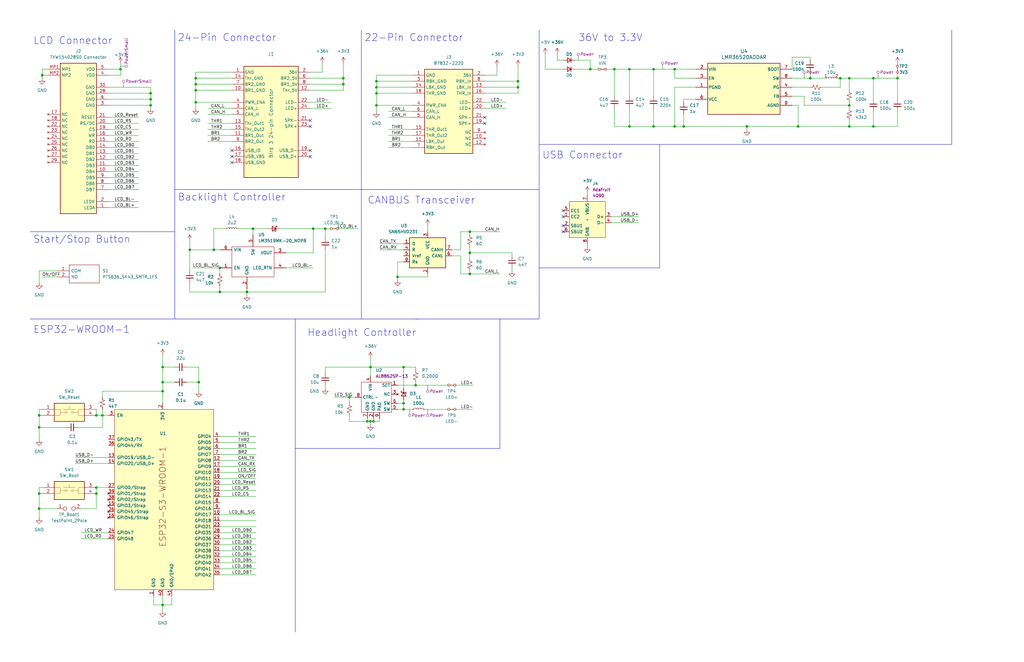
<source format=kicad_sch>
(kicad_sch (version 20230121) (generator eeschema)
  (paper "USLedger")
  (title_block (title "Bird 3 Controller"))
  (junction (at 288.29 53.34))
  (junction (at 218.44 36.83))
  (junction (at 284.48 29.21))
  (junction (at 157.48 177.8))
  (junction (at 265.43 29.21))
  (junction (at 68.58 255.27))
  (junction (at 80.01 105.41))
  (junction (at 82.55 38.1))
  (junction (at 92.71 113.03))
  (junction (at 167.64 116.84))
  (junction (at 154.94 177.8))
  (junction (at 248.92 29.21))
  (junction (at 82.55 33.02))
  (junction (at 170.18 172.72))
  (junction (at 198.12 106.68))
  (junction (at 16.51 208.28))
  (junction (at 170.18 170.18))
  (junction (at 368.3 33.02))
  (junction (at 16.51 175.26))
  (junction (at 104.14 123.19))
  (junction (at 63.5 41.91))
  (junction (at 68.58 165.1))
  (junction (at 198.12 97.79))
  (junction (at 218.44 34.29))
  (junction (at 90.17 105.41))
  (junction (at 82.55 35.56))
  (junction (at 63.5 39.37))
  (junction (at 83.82 161.29))
  (junction (at 92.71 123.19))
  (junction (at 158.75 44.45))
  (junction (at 16.51 180.34))
  (junction (at 40.64 208.28))
  (junction (at 259.08 29.21))
  (junction (at 198.12 115.57))
  (junction (at 358.14 33.02))
  (junction (at 314.96 53.34))
  (junction (at 16.51 214.63))
  (junction (at 358.14 53.34))
  (junction (at 144.78 33.02))
  (junction (at 284.48 53.34))
  (junction (at 50.8 29.21))
  (junction (at 144.78 35.56))
  (junction (at 170.18 154.94))
  (junction (at 378.46 33.02))
  (junction (at 175.26 162.56))
  (junction (at 341.63 33.02))
  (junction (at 68.58 161.29))
  (junction (at 40.64 205.74))
  (junction (at 354.33 33.02))
  (junction (at 68.58 154.94))
  (junction (at 63.5 44.45))
  (junction (at 43.18 175.26))
  (junction (at 137.16 96.52))
  (junction (at 82.55 43.18))
  (junction (at 368.3 53.34))
  (junction (at 132.08 96.52))
  (junction (at 158.75 36.83))
  (junction (at 156.21 177.8))
  (junction (at 358.14 44.45))
  (junction (at 40.64 175.26))
  (junction (at 275.59 29.21))
  (junction (at 106.68 96.52))
  (junction (at 17.78 31.75))
  (junction (at 265.43 53.34))
  (junction (at 147.32 167.64))
  (junction (at 156.21 154.94))
  (junction (at 158.75 34.29))
  (junction (at 275.59 53.34))
  (junction (at 158.75 39.37))
  (junction (at 336.55 53.34))
  (no_connect (at 130.81 50.8))
  (no_connect (at 237.49 91.44))
  (no_connect (at 237.49 88.9))
  (no_connect (at 97.79 68.58))
  (no_connect (at 130.81 66.04))
  (no_connect (at 130.81 63.5))
  (no_connect (at 204.47 52.07))
  (no_connect (at 97.79 66.04))
  (no_connect (at 237.49 95.25))
  (no_connect (at 130.81 53.34))
  (no_connect (at 97.79 63.5))
  (no_connect (at 204.47 49.53))
  (no_connect (at 237.49 97.79))
  (wire (pts (xy 92.71 194.31) (xy 107.95 194.31)))
  (wire (pts (xy 90.17 96.52) (xy 90.17 105.41)))
  (wire (pts (xy 82.55 33.02) (xy 82.55 35.56)))
  (wire (pts (xy 17.78 31.75) (xy 17.78 33.02)))
  (wire (pts (xy 167.64 162.56) (xy 175.26 162.56)))
  (wire (pts (xy 346.71 36.83) (xy 354.33 36.83)))
  (wire (pts (xy 17.78 29.21) (xy 17.78 31.75)))
  (wire (pts (xy 16.51 180.34) (xy 16.51 185.42)))
  (wire (pts (xy 64.77 255.27) (xy 68.58 255.27)))
  (wire (pts (xy 368.3 53.34) (xy 378.46 53.34)))
  (wire (pts (xy 284.48 53.34) (xy 288.29 53.34)))
  (wire (pts (xy 163.83 46.99) (xy 173.99 46.99)))
  (wire (pts (xy 83.82 161.29) (xy 78.74 161.29)))
  (wire (pts (xy 170.18 154.94) (xy 170.18 163.83)))
  (polyline (pts (xy 152.4 80.01) (xy 227.33 80.01)))
  (wire (pts (xy 358.14 43.18) (xy 358.14 44.45)))
  (wire (pts (xy 92.71 240.03) (xy 107.95 240.03)))
  (wire (pts (xy 68.58 165.1) (xy 68.58 170.18)))
  (wire (pts (xy 16.51 208.28) (xy 16.51 214.63)))
  (wire (pts (xy 248.92 25.4) (xy 248.92 29.21)))
  (wire (pts (xy 293.37 41.91) (xy 288.29 41.91)))
  (wire (pts (xy 92.71 209.55) (xy 107.95 209.55)))
  (wire (pts (xy 144.78 38.1) (xy 144.78 35.56)))
  (wire (pts (xy 334.01 24.13) (xy 341.63 24.13)))
  (wire (pts (xy 368.3 46.99) (xy 368.3 53.34)))
  (wire (pts (xy 63.5 44.45) (xy 63.5 45.72)))
  (wire (pts (xy 120.65 113.03) (xy 132.08 113.03)))
  (wire (pts (xy 341.63 30.48) (xy 341.63 33.02)))
  (wire (pts (xy 167.64 116.84) (xy 180.34 116.84)))
  (wire (pts (xy 247.65 81.28) (xy 247.65 82.55)))
  (wire (pts (xy 137.16 123.19) (xy 104.14 123.19)))
  (wire (pts (xy 175.26 156.21) (xy 175.26 154.94)))
  (wire (pts (xy 341.63 33.02) (xy 347.98 33.02)))
  (polyline (pts (xy 227.33 12.7) (xy 227.33 60.96)))
  (wire (pts (xy 72.39 251.46) (xy 72.39 255.27)))
  (wire (pts (xy 87.63 48.26) (xy 97.79 48.26)))
  (wire (pts (xy 45.72 59.69) (xy 58.42 59.69)))
  (wire (pts (xy 158.75 34.29) (xy 173.99 34.29)))
  (wire (pts (xy 147.32 175.26) (xy 147.32 177.8)))
  (polyline (pts (xy 12.7 134.62) (xy 124.46 134.62)))
  (wire (pts (xy 87.63 52.07) (xy 97.79 52.07)))
  (wire (pts (xy 137.16 157.48) (xy 137.16 154.94)))
  (wire (pts (xy 87.63 54.61) (xy 97.79 54.61)))
  (polyline (pts (xy 152.4 80.01) (xy 152.4 134.62)))
  (wire (pts (xy 284.48 36.83) (xy 284.48 53.34)))
  (wire (pts (xy 284.48 29.21) (xy 293.37 29.21)))
  (wire (pts (xy 257.81 93.98) (xy 269.24 93.98)))
  (wire (pts (xy 16.51 214.63) (xy 24.13 214.63)))
  (wire (pts (xy 179.07 172.72) (xy 189.23 172.72)))
  (wire (pts (xy 247.65 102.87) (xy 247.65 104.14)))
  (wire (pts (xy 154.94 177.8) (xy 156.21 177.8)))
  (wire (pts (xy 163.83 59.69) (xy 173.99 59.69)))
  (polyline (pts (xy 152.4 134.62) (xy 124.46 134.62)))
  (wire (pts (xy 118.11 96.52) (xy 132.08 96.52)))
  (wire (pts (xy 130.81 38.1) (xy 144.78 38.1)))
  (wire (pts (xy 237.49 25.4) (xy 234.95 25.4)))
  (wire (pts (xy 82.55 43.18) (xy 82.55 45.72)))
  (wire (pts (xy 92.71 207.01) (xy 107.95 207.01)))
  (wire (pts (xy 190.5 107.95) (xy 194.31 107.95)))
  (wire (pts (xy 156.21 177.8) (xy 156.21 179.07)))
  (wire (pts (xy 170.18 168.91) (xy 170.18 170.18)))
  (wire (pts (xy 275.59 29.21) (xy 265.43 29.21)))
  (wire (pts (xy 147.32 177.8) (xy 154.94 177.8)))
  (wire (pts (xy 158.75 39.37) (xy 173.99 39.37)))
  (wire (pts (xy 92.71 191.77) (xy 107.95 191.77)))
  (wire (pts (xy 198.12 106.68) (xy 198.12 109.22)))
  (wire (pts (xy 34.29 214.63) (xy 40.64 214.63)))
  (wire (pts (xy 104.14 121.92) (xy 104.14 123.19)))
  (wire (pts (xy 92.71 227.33) (xy 107.95 227.33)))
  (wire (pts (xy 180.34 116.84) (xy 180.34 115.57)))
  (wire (pts (xy 43.18 180.34) (xy 43.18 175.26)))
  (wire (pts (xy 68.58 154.94) (xy 68.58 161.29)))
  (wire (pts (xy 33.02 180.34) (xy 43.18 180.34)))
  (wire (pts (xy 339.09 40.64) (xy 339.09 44.45)))
  (wire (pts (xy 242.57 25.4) (xy 248.92 25.4)))
  (wire (pts (xy 40.64 205.74) (xy 40.64 208.28)))
  (wire (pts (xy 68.58 255.27) (xy 68.58 257.81)))
  (wire (pts (xy 378.46 33.02) (xy 378.46 41.91)))
  (wire (pts (xy 368.3 33.02) (xy 378.46 33.02)))
  (wire (pts (xy 288.29 48.26) (xy 288.29 53.34)))
  (wire (pts (xy 248.92 29.21) (xy 252.73 29.21)))
  (wire (pts (xy 92.71 196.85) (xy 107.95 196.85)))
  (wire (pts (xy 288.29 41.91) (xy 288.29 43.18)))
  (wire (pts (xy 215.9 106.68) (xy 215.9 107.95)))
  (wire (pts (xy 160.02 105.41) (xy 170.18 105.41)))
  (wire (pts (xy 92.71 232.41) (xy 107.95 232.41)))
  (wire (pts (xy 45.72 57.15) (xy 58.42 57.15)))
  (wire (pts (xy 80.01 105.41) (xy 80.01 114.3)))
  (wire (pts (xy 45.72 44.45) (xy 63.5 44.45)))
  (wire (pts (xy 259.08 45.72) (xy 259.08 53.34)))
  (wire (pts (xy 336.55 44.45) (xy 336.55 53.34)))
  (wire (pts (xy 58.42 80.01) (xy 45.72 80.01)))
  (wire (pts (xy 163.83 54.61) (xy 173.99 54.61)))
  (wire (pts (xy 194.31 97.79) (xy 198.12 97.79)))
  (wire (pts (xy 92.71 201.93) (xy 107.95 201.93)))
  (wire (pts (xy 92.71 234.95) (xy 107.95 234.95)))
  (wire (pts (xy 175.26 154.94) (xy 170.18 154.94)))
  (wire (pts (xy 354.33 33.02) (xy 353.06 33.02)))
  (wire (pts (xy 175.26 162.56) (xy 189.23 162.56)))
  (wire (pts (xy 167.64 170.18) (xy 170.18 170.18)))
  (wire (pts (xy 167.64 172.72) (xy 170.18 172.72)))
  (wire (pts (xy 45.72 85.09) (xy 58.42 85.09)))
  (wire (pts (xy 90.17 105.41) (xy 80.01 105.41)))
  (wire (pts (xy 135.89 26.67) (xy 135.89 30.48)))
  (wire (pts (xy 229.87 29.21) (xy 237.49 29.21)))
  (wire (pts (xy 314.96 53.34) (xy 336.55 53.34)))
  (wire (pts (xy 180.34 95.25) (xy 180.34 97.79)))
  (wire (pts (xy 43.18 172.72) (xy 43.18 175.26)))
  (wire (pts (xy 78.74 154.94) (xy 83.82 154.94)))
  (wire (pts (xy 45.72 72.39) (xy 58.42 72.39)))
  (wire (pts (xy 215.9 113.03) (xy 215.9 114.3)))
  (polyline (pts (xy 401.32 12.7) (xy 401.32 60.96)))
  (wire (pts (xy 92.71 237.49) (xy 107.95 237.49)))
  (wire (pts (xy 64.77 251.46) (xy 64.77 255.27)))
  (wire (pts (xy 82.55 38.1) (xy 97.79 38.1)))
  (wire (pts (xy 156.21 151.13) (xy 156.21 154.94)))
  (wire (pts (xy 378.46 30.48) (xy 378.46 33.02)))
  (wire (pts (xy 40.64 205.74) (xy 45.72 205.74)))
  (wire (pts (xy 198.12 115.57) (xy 210.82 115.57)))
  (wire (pts (xy 334.01 36.83) (xy 341.63 36.83)))
  (wire (pts (xy 45.72 69.85) (xy 58.42 69.85)))
  (polyline (pts (xy 227.33 134.62) (xy 227.33 60.96)))
  (wire (pts (xy 45.72 36.83) (xy 63.5 36.83)))
  (wire (pts (xy 132.08 96.52) (xy 137.16 96.52)))
  (wire (pts (xy 163.83 62.23) (xy 173.99 62.23)))
  (wire (pts (xy 92.71 105.41) (xy 90.17 105.41)))
  (wire (pts (xy 156.21 154.94) (xy 156.21 158.75)))
  (wire (pts (xy 16.51 172.72) (xy 17.78 172.72)))
  (wire (pts (xy 130.81 45.72) (xy 139.7 45.72)))
  (polyline (pts (xy 152.4 134.62) (xy 227.33 134.62)))
  (wire (pts (xy 163.83 57.15) (xy 173.99 57.15)))
  (wire (pts (xy 167.64 110.49) (xy 167.64 116.84)))
  (polyline (pts (xy 124.46 189.23) (xy 210.82 189.23)))
  (wire (pts (xy 259.08 29.21) (xy 265.43 29.21)))
  (wire (pts (xy 137.16 154.94) (xy 156.21 154.94)))
  (wire (pts (xy 167.64 116.84) (xy 167.64 118.11)))
  (wire (pts (xy 45.72 64.77) (xy 58.42 64.77)))
  (wire (pts (xy 218.44 27.94) (xy 218.44 34.29)))
  (wire (pts (xy 40.64 214.63) (xy 40.64 208.28)))
  (wire (pts (xy 45.72 39.37) (xy 63.5 39.37)))
  (wire (pts (xy 154.94 176.53) (xy 154.94 177.8)))
  (wire (pts (xy 45.72 74.93) (xy 58.42 74.93)))
  (wire (pts (xy 130.81 30.48) (xy 135.89 30.48)))
  (wire (pts (xy 63.5 39.37) (xy 63.5 41.91)))
  (wire (pts (xy 40.64 175.26) (xy 43.18 175.26)))
  (wire (pts (xy 170.18 172.72) (xy 173.99 172.72)))
  (wire (pts (xy 242.57 29.21) (xy 248.92 29.21)))
  (wire (pts (xy 92.71 123.19) (xy 104.14 123.19)))
  (wire (pts (xy 45.72 41.91) (xy 63.5 41.91)))
  (wire (pts (xy 334.01 33.02) (xy 341.63 33.02)))
  (wire (pts (xy 92.71 120.65) (xy 92.71 123.19)))
  (wire (pts (xy 198.12 106.68) (xy 215.9 106.68)))
  (wire (pts (xy 83.82 154.94) (xy 83.82 161.29)))
  (wire (pts (xy 147.32 167.64) (xy 149.86 167.64)))
  (wire (pts (xy 45.72 67.31) (xy 58.42 67.31)))
  (wire (pts (xy 354.33 36.83) (xy 354.33 33.02)))
  (wire (pts (xy 16.51 175.26) (xy 16.51 180.34)))
  (wire (pts (xy 92.71 184.15) (xy 107.95 184.15)))
  (wire (pts (xy 158.75 36.83) (xy 158.75 39.37)))
  (wire (pts (xy 137.16 162.56) (xy 137.16 163.83)))
  (wire (pts (xy 275.59 53.34) (xy 284.48 53.34)))
  (wire (pts (xy 17.78 116.84) (xy 24.13 116.84)))
  (wire (pts (xy 132.08 96.52) (xy 132.08 106.68)))
  (wire (pts (xy 82.55 35.56) (xy 82.55 38.1)))
  (wire (pts (xy 95.25 96.52) (xy 90.17 96.52)))
  (wire (pts (xy 63.5 36.83) (xy 63.5 39.37)))
  (wire (pts (xy 92.71 222.25) (xy 107.95 222.25)))
  (wire (pts (xy 293.37 33.02) (xy 284.48 33.02)))
  (wire (pts (xy 358.14 44.45) (xy 358.14 45.72)))
  (wire (pts (xy 92.71 242.57) (xy 107.95 242.57)))
  (wire (pts (xy 265.43 45.72) (xy 265.43 53.34)))
  (wire (pts (xy 45.72 29.21) (xy 50.8 29.21)))
  (wire (pts (xy 73.66 161.29) (xy 68.58 161.29)))
  (wire (pts (xy 82.55 33.02) (xy 97.79 33.02)))
  (wire (pts (xy 43.18 175.26) (xy 45.72 175.26)))
  (wire (pts (xy 130.81 35.56) (xy 144.78 35.56)))
  (wire (pts (xy 16.51 114.3) (xy 16.51 119.38)))
  (wire (pts (xy 358.14 33.02) (xy 354.33 33.02)))
  (wire (pts (xy 63.5 41.91) (xy 63.5 44.45)))
  (wire (pts (xy 204.47 34.29) (xy 218.44 34.29)))
  (wire (pts (xy 160.02 102.87) (xy 170.18 102.87)))
  (wire (pts (xy 194.31 105.41) (xy 194.31 97.79)))
  (wire (pts (xy 45.72 87.63) (xy 58.42 87.63)))
  (wire (pts (xy 198.12 97.79) (xy 198.12 99.06)))
  (wire (pts (xy 160.02 176.53) (xy 160.02 177.8)))
  (wire (pts (xy 68.58 251.46) (xy 68.58 255.27)))
  (wire (pts (xy 68.58 149.86) (xy 68.58 154.94)))
  (wire (pts (xy 158.75 31.75) (xy 158.75 34.29)))
  (wire (pts (xy 45.72 62.23) (xy 58.42 62.23)))
  (polyline (pts (xy 124.46 134.62) (xy 124.46 266.7)))
  (wire (pts (xy 106.68 96.52) (xy 113.03 96.52)))
  (wire (pts (xy 68.58 161.29) (xy 68.58 165.1)))
  (wire (pts (xy 92.71 113.03) (xy 92.71 115.57)))
  (wire (pts (xy 284.48 33.02) (xy 284.48 29.21)))
  (wire (pts (xy 142.24 96.52) (xy 151.13 96.52)))
  (wire (pts (xy 43.18 167.64) (xy 43.18 165.1)))
  (polyline (pts (xy 227.33 60.96) (xy 401.32 60.96)))
  (wire (pts (xy 173.99 31.75) (xy 158.75 31.75)))
  (wire (pts (xy 87.63 59.69) (xy 97.79 59.69)))
  (wire (pts (xy 58.42 54.61) (xy 45.72 54.61)))
  (wire (pts (xy 137.16 105.41) (xy 137.16 123.19)))
  (wire (pts (xy 80.01 119.38) (xy 80.01 123.19)))
  (wire (pts (xy 218.44 34.29) (xy 218.44 36.83)))
  (wire (pts (xy 58.42 77.47) (xy 45.72 77.47)))
  (wire (pts (xy 140.97 167.64) (xy 147.32 167.64)))
  (wire (pts (xy 160.02 177.8) (xy 157.48 177.8)))
  (wire (pts (xy 358.14 50.8) (xy 358.14 53.34)))
  (polyline (pts (xy 12.7 97.79) (xy 73.66 97.79)))
  (wire (pts (xy 16.51 214.63) (xy 16.51 218.44)))
  (wire (pts (xy 68.58 255.27) (xy 72.39 255.27)))
  (wire (pts (xy 132.08 106.68) (xy 120.65 106.68)))
  (polyline (pts (xy 152.4 12.7) (xy 152.4 80.01)))
  (wire (pts (xy 17.78 205.74) (xy 16.51 205.74)))
  (wire (pts (xy 204.47 36.83) (xy 218.44 36.83)))
  (wire (pts (xy 341.63 24.13) (xy 341.63 25.4)))
  (polyline (pts (xy 73.66 12.7) (xy 73.66 97.79)))
  (wire (pts (xy 106.68 96.52) (xy 106.68 99.06)))
  (wire (pts (xy 137.16 96.52) (xy 139.7 96.52)))
  (wire (pts (xy 358.14 38.1) (xy 358.14 33.02)))
  (wire (pts (xy 275.59 45.72) (xy 275.59 53.34)))
  (wire (pts (xy 82.55 38.1) (xy 82.55 43.18)))
  (wire (pts (xy 45.72 193.04) (xy 31.75 193.04)))
  (wire (pts (xy 259.08 53.34) (xy 265.43 53.34)))
  (wire (pts (xy 144.78 26.67) (xy 144.78 33.02)))
  (wire (pts (xy 198.12 104.14) (xy 198.12 106.68)))
  (wire (pts (xy 288.29 53.34) (xy 314.96 53.34)))
  (wire (pts (xy 40.64 172.72) (xy 40.64 175.26)))
  (wire (pts (xy 34.29 227.33) (xy 45.72 227.33)))
  (wire (pts (xy 191.77 162.56) (xy 199.39 162.56)))
  (wire (pts (xy 100.33 96.52) (xy 106.68 96.52)))
  (wire (pts (xy 80.01 101.6) (xy 80.01 105.41)))
  (wire (pts (xy 31.75 195.58) (xy 45.72 195.58)))
  (wire (pts (xy 265.43 53.34) (xy 275.59 53.34)))
  (wire (pts (xy 24.13 114.3) (xy 16.51 114.3)))
  (wire (pts (xy 158.75 36.83) (xy 173.99 36.83)))
  (wire (pts (xy 58.42 49.53) (xy 45.72 49.53)))
  (wire (pts (xy 257.81 91.44) (xy 269.24 91.44)))
  (polyline (pts (xy 210.82 189.23) (xy 210.82 134.62)))
  (wire (pts (xy 334.01 24.13) (xy 334.01 29.21)))
  (wire (pts (xy 82.55 35.56) (xy 97.79 35.56)))
  (polyline (pts (xy 175.26 134.62) (xy 176.53 134.62)))
  (wire (pts (xy 130.81 33.02) (xy 144.78 33.02)))
  (wire (pts (xy 158.75 34.29) (xy 158.75 36.83)))
  (wire (pts (xy 158.75 44.45) (xy 173.99 44.45)))
  (wire (pts (xy 34.29 224.79) (xy 45.72 224.79)))
  (wire (pts (xy 50.8 29.21) (xy 50.8 31.75)))
  (polyline (pts (xy 152.4 80.01) (xy 73.66 80.01)))
  (wire (pts (xy 92.71 199.39) (xy 107.95 199.39)))
  (wire (pts (xy 92.71 229.87) (xy 107.95 229.87)))
  (wire (pts (xy 255.27 29.21) (xy 259.08 29.21)))
  (wire (pts (xy 147.32 167.64) (xy 147.32 170.18)))
  (wire (pts (xy 20.32 31.75) (xy 17.78 31.75)))
  (wire (pts (xy 175.26 161.29) (xy 175.26 162.56)))
  (wire (pts (xy 334.01 44.45) (xy 336.55 44.45)))
  (wire (pts (xy 190.5 105.41) (xy 194.31 105.41)))
  (wire (pts (xy 137.16 96.52) (xy 137.16 100.33)))
  (wire (pts (xy 87.63 45.72) (xy 97.79 45.72)))
  (wire (pts (xy 158.75 44.45) (xy 158.75 46.99)))
  (wire (pts (xy 68.58 154.94) (xy 73.66 154.94)))
  (wire (pts (xy 50.8 31.75) (xy 45.72 31.75)))
  (wire (pts (xy 43.18 165.1) (xy 68.58 165.1)))
  (wire (pts (xy 314.96 53.34) (xy 314.96 54.61)))
  (wire (pts (xy 82.55 30.48) (xy 82.55 33.02)))
  (wire (pts (xy 156.21 177.8) (xy 157.48 177.8)))
  (wire (pts (xy 198.12 114.3) (xy 198.12 115.57)))
  (wire (pts (xy 229.87 22.86) (xy 229.87 29.21)))
  (wire (pts (xy 16.51 172.72) (xy 16.51 175.26)))
  (wire (pts (xy 209.55 27.94) (xy 209.55 31.75)))
  (wire (pts (xy 83.82 161.29) (xy 83.82 165.1)))
  (wire (pts (xy 92.71 217.17) (xy 107.95 217.17)))
  (wire (pts (xy 144.78 33.02) (xy 144.78 35.56)))
  (wire (pts (xy 275.59 29.21) (xy 275.59 40.64)))
  (wire (pts (xy 92.71 204.47) (xy 107.95 204.47)))
  (wire (pts (xy 92.71 186.69) (xy 107.95 186.69)))
  (wire (pts (xy 204.47 45.72) (xy 213.36 45.72)))
  (wire (pts (xy 191.77 172.72) (xy 199.39 172.72)))
  (wire (pts (xy 378.46 26.67) (xy 378.46 27.94)))
  (wire (pts (xy 16.51 175.26) (xy 17.78 175.26)))
  (wire (pts (xy 368.3 41.91) (xy 368.3 33.02)))
  (wire (pts (xy 218.44 39.37) (xy 218.44 36.83)))
  (polyline (pts (xy 227.33 113.03) (xy 278.13 113.03)))
  (wire (pts (xy 284.48 29.21) (xy 275.59 29.21)))
  (wire (pts (xy 81.28 113.03) (xy 92.71 113.03)))
  (wire (pts (xy 156.21 154.94) (xy 170.18 154.94)))
  (wire (pts (xy 92.71 224.79) (xy 107.95 224.79)))
  (wire (pts (xy 259.08 29.21) (xy 259.08 40.64)))
  (wire (pts (xy 170.18 170.18) (xy 170.18 172.72)))
  (wire (pts (xy 358.14 53.34) (xy 368.3 53.34)))
  (wire (pts (xy 20.32 29.21) (xy 17.78 29.21)))
  (wire (pts (xy 104.14 123.19) (xy 104.14 124.46)))
  (wire (pts (xy 158.75 39.37) (xy 158.75 44.45)))
  (polyline (pts (xy 73.66 97.79) (xy 73.66 134.62)))
  (wire (pts (xy 378.46 46.99) (xy 378.46 53.34)))
  (wire (pts (xy 92.71 219.71) (xy 107.95 219.71)))
  (wire (pts (xy 265.43 29.21) (xy 265.43 40.64)))
  (wire (pts (xy 336.55 53.34) (xy 358.14 53.34)))
  (wire (pts (xy 339.09 44.45) (xy 358.14 44.45)))
  (wire (pts (xy 16.51 180.34) (xy 27.94 180.34)))
  (wire (pts (xy 157.48 176.53) (xy 157.48 177.8)))
  (wire (pts (xy 16.51 208.28) (xy 17.78 208.28)))
  (wire (pts (xy 87.63 57.15) (xy 97.79 57.15)))
  (wire (pts (xy 204.47 31.75) (xy 209.55 31.75)))
  (wire (pts (xy 198.12 97.79) (xy 210.82 97.79)))
  (wire (pts (xy 170.18 110.49) (xy 167.64 110.49)))
  (wire (pts (xy 50.8 26.67) (xy 50.8 29.21)))
  (wire (pts (xy 16.51 205.74) (xy 16.51 208.28)))
  (wire (pts (xy 82.55 43.18) (xy 97.79 43.18)))
  (wire (pts (xy 194.31 115.57) (xy 198.12 115.57)))
  (wire (pts (xy 194.31 107.95) (xy 194.31 115.57)))
  (wire (pts (xy 58.42 52.07) (xy 45.72 52.07)))
  (polyline (pts (xy 278.13 113.03) (xy 278.13 60.96)))
  (wire (pts (xy 368.3 33.02) (xy 358.14 33.02)))
  (wire (pts (xy 293.37 36.83) (xy 284.48 36.83)))
  (wire (pts (xy 130.81 43.18) (xy 139.7 43.18)))
  (wire (pts (xy 80.01 123.19) (xy 92.71 123.19)))
  (wire (pts (xy 204.47 39.37) (xy 218.44 39.37)))
  (wire (pts (xy 334.01 40.64) (xy 339.09 40.64)))
  (wire (pts (xy 97.79 30.48) (xy 82.55 30.48)))
  (wire (pts (xy 204.47 43.18) (xy 213.36 43.18)))
  (wire (pts (xy 163.83 49.53) (xy 173.99 49.53)))
  (wire (pts (xy 92.71 189.23) (xy 107.95 189.23)))
  (wire (pts (xy 234.95 25.4) (xy 234.95 22.86)))
  (text "22-Pin Connector" (at 153.67 17.78 0) (effects (font (size 3 3)) (justify left bottom)))
  (text "Headlight Controller" (at 129.54 142.24 0) (effects (font (size 3 3)) (justify left bottom)))
  (text "36V to 3.3V" (at 243.84 17.78 0) (effects (font (size 3 3)) (justify left bottom)))
  (text "ESP32-WROOM-1" (at 13.97 140.97 0) (effects (font (size 3 3)) (justify left bottom)))
  (text "CANBUS Transceiver" (at 154.94 86.36 0) (effects (font (size 3 3)) (justify left bottom)))
  (text "24-Pin Connector" (at 74.93 17.78 0) (effects (font (size 3 3)) (justify left bottom)))
  (text "LCD Connector" (at 13.97 19.05 0) (effects (font (size 3 3)) (justify left bottom)))
  (text "Backlight Controller" (at 74.93 85.09 0) (effects (font (size 3 3)) (justify left bottom)))
  (text "Start/Stop Button" (at 13.97 102.87 0) (effects (font (size 3 3)) (justify left bottom)))
  (text "USB Connector" (at 228.6 67.31 0) (effects (font (size 3 3)) (justify left bottom)))
  (label "LED-" (at 194.31 172.72 0))
  (label "LED+" (at 133.35 45.72 0))
  (label "BR2" (at 88.9 59.69 0))
  (label "LCD_DB3" (at 97.79 232.41 0))
  (label "LCD_DB7" (at 97.79 242.57 0))
  (label "CAN_TX" (at 100.33 194.31 0))
  (label "LCD_DB2" (at 97.79 229.87 0))
  (label "LCD_DB4" (at 97.79 234.95 0))
  (label "LED-" (at 133.35 43.18 0))
  (label "USB_D+" (at 261.62 91.44 0))
  (label "CAN_RX" (at 100.33 196.85 0))
  (label "LCD_CS" (at 48.26 54.61 0))
  (label "USB_D+" (at 31.75 195.58 0))
  (label "LCD_DB1" (at 97.79 227.33 0))
  (label "LCD_CS" (at 97.79 209.55 0))
  (label "LCD_BL-" (at 123.19 113.03 0))
  (label "THR1" (at 88.9 52.07 0))
  (label "LCD_RD" (at 48.26 59.69 0))
  (label "LED_SIG" (at 140.97 167.64 0))
  (label "THR1" (at 165.1 54.61 0))
  (label "LCD_BL_SIG" (at 96.52 217.17 0))
  (label "LCD_DB6" (at 48.26 77.47 0))
  (label "CAN_H" (at 204.47 97.79 0))
  (label "LCD_DB6" (at 97.79 240.03 0))
  (label "LCD_DB3" (at 48.26 69.85 0))
  (label "BR1" (at 88.9 57.15 0))
  (label "THR2" (at 165.1 57.15 0))
  (label "THR2" (at 88.9 54.61 0))
  (label "LCD_DB4" (at 48.26 72.39 0))
  (label "CAN_TX" (at 160.02 102.87 0))
  (label "LED+" (at 207.01 45.72 0))
  (label "ON{slash}OFF" (at 17.78 116.84 0))
  (label "LED+" (at 194.31 162.56 0))
  (label "CAN_H" (at 165.1 49.53 0))
  (label "LCD_BL+" (at 48.26 87.63 0))
  (label "LED_SIG" (at 100.33 199.39 0))
  (label "LCD_WR" (at 48.26 57.15 0))
  (label "LCD_DB7" (at 48.26 80.01 0))
  (label "LCD_RS" (at 48.26 52.07 0))
  (label "BR1" (at 165.1 59.69 0))
  (label "LCD_DB0" (at 48.26 62.23 0))
  (label "LCD_BL-" (at 48.26 85.09 0))
  (label "LCD_RS" (at 97.79 207.01 0))
  (label "LCD_BL+" (at 142.24 96.52 0))
  (label "CAN_H" (at 88.9 48.26 0))
  (label "LCD_BL_SIG" (at 81.28 113.03 0))
  (label "LCD_DB5" (at 48.26 74.93 0))
  (label "THR1" (at 100.33 184.15 0))
  (label "USB_D-" (at 261.62 93.98 0))
  (label "THR2" (at 100.33 186.69 0))
  (label "CAN_L" (at 88.9 45.72 0))
  (label "BR1" (at 100.33 189.23 0))
  (label "BR2" (at 100.33 191.77 0))
  (label "LCD_Reset" (at 97.79 204.47 0))
  (label "ON{slash}OFF" (at 100.33 201.93 0))
  (label "CAN_L" (at 165.1 46.99 0))
  (label "LCD_DB1" (at 48.26 64.77 0))
  (label "USB_D-" (at 31.75 193.04 0))
  (label "BR2" (at 165.1 62.23 0))
  (label "LCD_RD" (at 35.56 227.33 0))
  (label "LED-" (at 207.01 43.18 0))
  (label "LCD_DB5" (at 97.79 237.49 0))
  (label "CAN_RX" (at 160.02 105.41 0))
  (label "LCD_DB0" (at 97.79 224.79 0))
  (label "CAN_L" (at 204.47 115.57 0))
  (label "LCD_WR" (at 35.56 224.79 0))
  (label "LCD_Reset" (at 48.26 49.53 0))
  (label "LCD_DB2" (at 48.26 67.31 0))
  (netclass_flag "" (length 2.54) (shape round) (at 50.8 27.94 270) (property "Netclass" "PowerSmall" (at 53.34 27.2415 90) (effects (font italic) (justify left))))
  (netclass_flag "" (length 2.54) (shape round) (at 279.4 29.21 0) (property "Netclass" "Power" (at 280.0985 26.67 0) (effects (font italic) (justify left))))
  (netclass_flag "" (length 2.54) (shape round) (at 370.2686 33.02 0) (property "Netclass" "Power" (at 370.9671 30.48 0) (effects (font italic) (justify left))))
  (netclass_flag "" (length 2.54) (shape round) (at 52.07 36.83 0) (property "Netclass" "PowerSmall" (at 52.7685 34.29 0) (effects (font italic) (justify left))))
  (netclass_flag "" (length 2.54) (shape round) (at 180.34 172.72 180) (property "Netclass" "Power" (at 181.0385 175.26 0) (effects (font italic) (justify left))))
  (netclass_flag "" (length 2.54) (shape round) (at 180.34 162.56 180) (property "Netclass" "Power" (at 181.0385 165.1 0) (effects (font italic) (justify left))))
  (netclass_flag "" (length 2.54) (shape round) (at 243.84 25.4 0) (property "Netclass" "Power" (at 244.5385 22.86 0) (effects (font italic) (justify left))))
  (netclass_flag "" (length 2.54) (shape round) (at 172.72 172.72 180) (property "Netclass" "Power" (at 173.4185 175.26 0) (effects (font italic) (justify left))))
  (netclass_flag "" (length 2.54) (shape round) (at 339.09 33.02 0) (property "Netclass" "Power" (at 339.7885 30.48 0) (effects (font italic) (justify left))))
  (symbol (lib_id "Bird3Controller:TestPoint_Junction") (at 378.46 29.21 90) (unit 1)
    (property "Reference" "TP2" (at 381 27.94 90))
    (property "Value" "3V3" (at 381 30.48 90))
    (property "Footprint" "Bird3Controller:TestPointBridge_2Pads_D1.5mm" (effects hide))
  )
  (symbol (lib_id "Device:D_Schottky_Small") (at 115.57 96.52 0) (mirror y) (unit 1)
    (property "Reference" "D1" (at 115.824 92.71 0))
    (property "Value" "D_Schottky_Small" (effects hide))
    (property "Footprint" "Diode_SMD:D_0805_2012Metric_Pad1.15x1.40mm_HandSolder" (effects hide))
    (property "Datasheet" "https://www.mouser.com/datasheet/2/40/schottky-3165252.pdf" (effects hide))
    (property "Mouser Part Number" "581-SD0805S020S1R0" (effects hide))
    (property "Manufacturer_Name" "KYOCERA AVX" (effects hide))
    (property "Manufacturer_Part_Number" "SD0805S020S1R0" (effects hide))
    (property "Digikey Part Number" "478-7800-1-ND" (effects hide))
    (property "JLCPCB Part" "C143773" (effects hide))
  )
  (symbol (lib_id "power:GND") (at 63.5 45.72 0) (unit 1)
    (property "Reference" "#PWR015" (effects hide))
    (property "Value" "GND" (at 63.5 50.8 0))
  )
  (symbol (lib_id "Bird3Controller:PTS526_SK15_SMTR2_LFS") (at 29.21 207.01 0) (unit 1)
    (property "Reference" "SW1" (at 29.21 198.12 0))
    (property "Value" "SW_Boot" (at 29.21 200.66 0))
    (property "Footprint" "Bird3Controller:PTS526SK15SMTR2LFS" (effects hide))
    (property "Datasheet" "https://www.ckswitches.com/media/2780/pts526.pdf" (effects hide))
    (property "Height" "1.65" (effects hide))
    (property "Mouser Part Number" "611-PTS526SK15SMR2L" (effects hide))
    (property "Mouser Price/Stock" "https://www.mouser.co.uk/ProductDetail/CK/PTS526-SK15-SMTR2-LFS?qs=UXgszm6BlbF5Ezp94JAQtw%3D%3D" (effects hide))
    (property "Manufacturer_Name" "C & K COMPONENTS" (effects hide))
    (property "Manufacturer_Part_Number" "PTS526 SK15 SMTR2 LFS" (effects hide))
    (property "Digikey Part Number" "CKN12221-1-ND" (effects hide))
    (property "JLCPCB Part" "C2689521" (effects hide))
  )
  (symbol (lib_id "Bird3Controller:AL8862") (at 158.75 167.64 0) (unit 1)
    (property "Reference" "U2" (at 158.4041 156.21 0) (effects (justify left)))
    (property "Value" "~" (at 158.75 167.64 0))
    (property "Footprint" "Bird3Controller:Diodes_SO-8EP" (effects hide))
    (property "Datasheet" "https://www.mouser.com/datasheet/2/115/AL8862-1274720.pdf" (effects hide))
    (property "Manufacturer" "Diodes" (effects hide))
    (property "Manufacture Part Number" "AL8862SP-13" (at 158.4041 158.75 0) (effects (justify left)))
    (property "Mouser Part Number" "621-AL8862SP-13" (effects hide))
  )
  (symbol (lib_id "Device:C_Small") (at 137.16 102.87 0) (unit 1)
    (property "Reference" "C22" (at 139.7 101.6063 0) (effects (justify left)))
    (property "Value" "1u" (at 139.7 104.1463 0) (effects (justify left)))
    (property "Footprint" "Capacitor_SMD:C_0805_2012Metric_Pad1.18x1.45mm_HandSolder" (effects hide))
    (property "Datasheet" "https://www.mouser.com/datasheet/2/585/MLCC-1837944.pdf" (effects hide))
    (property "Mouser Part Number" "187-CL21B105MBFNNNE" (effects hide))
    (property "Manufacturer_Name" "Samsung Electro-Mechanics" (effects hide))
    (property "Manufacturer_Part_Number" "CL21B105MBFNNNE" (effects hide))
    (property "Digikey Part Number" "1276-1029-1-ND" (effects hide))
    (property "JLCPCB Part" "C28323" (effects hide))
  )
  (symbol (lib_id "Device:R_Small_US") (at 198.12 111.76 0) (unit 1)
    (property "Reference" "R6" (at 200.66 110.49 0) (effects (justify left)))
    (property "Value" "60" (at 200.66 113.03 0) (effects (justify left)))
    (property "Footprint" "Resistor_SMD:R_0805_2012Metric_Pad1.20x1.40mm_HandSolder" (effects hide))
    (property "Datasheet" "https://www.vishay.com/doc?20065" (effects hide))
    (property "Mouser Part Number" "71-RCS080560R4FKEA" (effects hide))
    (property "Manufacturer_Name" "Vishay / Dale" (effects hide))
    (property "Manufacturer_Part_Number" "RCS080560R4FKEA" (effects hide))
    (property "Digikey Part Number" "541-RCS080560R4FKEACT-ND" (effects hide))
    (property "JLCPCB Part" "C1880864" (effects hide))
  )
  (symbol (lib_id "power:GND") (at 16.51 218.44 0) (unit 1)
    (property "Reference" "#PWR011" (effects hide))
    (property "Value" "GND" (at 16.51 223.52 0))
  )
  (symbol (lib_id "Device:C_Small") (at 80.01 116.84 0) (unit 1)
    (property "Reference" "C21" (at 82.55 115.5763 0) (effects (justify left)))
    (property "Value" "4u7" (at 82.55 118.1163 0) (effects (justify left)))
    (property "Footprint" "Capacitor_SMD:C_1210_3225Metric_Pad1.33x2.70mm_HandSolder" (effects hide))
    (property "Datasheet" "https://www.mouser.com/datasheet/2/585/MLCC_Automotive-1837966.pdf" (effects hide))
    (property "Mouser Part Number" "187-CL32Y475MCIVPNE" (effects hide))
    (property "Manufacturer_Name" "Samsung Electro-Mechanics" (effects hide))
    (property "Manufacturer_Part_Number" "CL32Y475MCIVPNE" (effects hide))
    (property "Digikey Part Number" "1276-CL32Y475KCIVPNECT-ND" (effects hide))
    (property "JLCPCB Part" "C385986" (effects hide))
  )
  (symbol (lib_id "power:+3V3") (at 180.34 95.25 0) (unit 1)
    (property "Reference" "#PWR014" (effects hide))
    (property "Value" "+3V3" (at 180.34 90.17 0))
  )
  (symbol (lib_id "power:+3V3") (at 68.58 149.86 0) (unit 1)
    (property "Reference" "#PWR020" (effects hide))
    (property "Value" "+3V3" (at 68.58 144.78 0))
  )
  (symbol (lib_id "Bird3Controller:TestPoint_Junction") (at 190.5 172.72 180) (unit 1)
    (property "Reference" "TP5" (at 190.5 175.26 0))
    (property "Value" "LED-" (at 190.5 177.8 0))
    (property "Footprint" "Bird3Controller:TestPointBridge_2Pads_D1.5mm" (effects hide))
  )
  (symbol (lib_id "Bird3Controller:ESP32-S3-WROOM-1") (at 68.58 210.82 0) (unit 1)
    (property "Reference" "U1" (at 67.31 182.88 0) (effects (justify left)))
    (property "Value" "ESP32-S3-WROOM-1" (effects hide))
    (property "Footprint" "Bird3Controller:ESP32-S3-WROOM-1" (effects hide))
    (property "Datasheet" "https://www.espressif.com/sites/default/files/documentation/esp32-s3-wroom-1_wroom-1u_datasheet_en.pdf" (effects hide))
    (property "Mouser Part Number" "356-EP32S3WROOM1N8R8" (effects hide))
    (property "Manufacturer_Name" "Espressif Systems" (effects hide))
    (property "Manufacturer_Part_Number" "ESP32-S3-WROOM-1-N8R8" (effects hide))
    (property "Digikey Part Number" "1965-ESP32-S3-WROOM-1-N8R8CT-ND" (effects hide))
    (property "JLCPCB Part" "C2913201" (effects hide))
  )
  (symbol (lib_id "power:GND") (at 156.21 179.07 0) (unit 1)
    (property "Reference" "#PWR027" (effects hide))
    (property "Value" "GND" (at 156.21 184.15 0))
  )
  (symbol (lib_id "Device:R_Small_US") (at 43.18 170.18 180) (unit 1)
    (property "Reference" "R1" (at 45.72 168.91 0) (effects (justify right)))
    (property "Value" "4k7" (at 45.72 171.45 0) (effects (justify right)))
    (property "Footprint" "Resistor_SMD:R_0805_2012Metric_Pad1.20x1.40mm_HandSolder" (effects hide))
    (property "Datasheet" "https://www.vishay.com/doc?20035" (effects hide))
    (property "Mouser Part Number" "71-CRCW0805J-4.7K-E3" (effects hide))
    (property "Manufacturer_Name" "Vishay / Dale" (effects hide))
    (property "Manufacturer_Part_Number" "CRCW08054K70JNEA" (effects hide))
    (property "Digikey Part Number" "541-4.7KACT-ND" (effects hide))
    (property "JLCPCB Part" "C844941" (effects hide))
  )
  (symbol (lib_id "Device:R_Small_US") (at 358.14 48.26 180) (unit 1)
    (property "Reference" "R13" (at 360.68 46.99 0) (effects (justify right)))
    (property "Value" "43k2" (at 360.68 49.53 0) (effects (justify right)))
    (property "Footprint" "Resistor_SMD:R_0805_2012Metric_Pad1.20x1.40mm_HandSolder" (effects hide))
    (property "Datasheet" "https://www.vishay.com/docs/20035/dcrcwe3.pdf" (effects hide))
    (property "Mouser Part Number" "71-CRCW080543K2FKEAC" (effects hide))
    (property "Manufacturer_Name" "Vishay / Dale" (effects hide))
    (property "Manufacturer_Part_Number" "CRCW080543K2FKEAC" (effects hide))
  )
  (symbol (lib_id "Device:C_Small") (at 76.2 161.29 90) (unit 1)
    (property "Reference" "C1" (at 76.2063 166.37 90))
    (property "Value" "0.1u" (at 76.2063 168.91 90))
    (property "Footprint" "Capacitor_SMD:C_0805_2012Metric_Pad1.18x1.45mm_HandSolder" (effects hide))
    (property "Datasheet" "https://www.mouser.com/datasheet/2/447/UPY_AC_NP0X7RX7S_6_3V_to_2KV_18-3003021.pdf" (effects hide))
    (property "Mouser Part Number" "603-AC0805JX7R9BB104" (effects hide))
    (property "Manufacturer_Name" "YAGEO" (effects hide))
    (property "Manufacturer_Part_Number" "AC0805JRX7R9BB104" (effects hide))
    (property "Digikey Part Number" "13-AC0805JRX7R9BB104CT-ND" (effects hide))
  )
  (symbol (lib_id "Device:R_Small_US") (at 175.26 158.75 0) (unit 1)
    (property "Reference" "R7" (at 177.8 156.21 0) (effects (justify left)))
    (property "Value" "0.200Ω" (at 177.8 158.75 0) (effects (justify left)))
    (property "Footprint" "Resistor_SMD:R_0805_2012Metric_Pad1.20x1.40mm_HandSolder" (effects hide))
    (property "Datasheet" "https://www.mouser.com/datasheet/2/418/9/ENG_DS_1773269_3_C-3134968.pdf" (effects hide))
    (property "Mouser Part Number" "279-RLC73K2AR402FTDF" (effects hide))
    (property "Manufacturer_Name" "TE Connectivity / CGS" (effects hide))
    (property "Manufacturer_Part_Number" "RLC73K2AR402FTDF" (effects hide))
    (property "Digikey Part Number" "1712-RLC73K2AR402FTDCT-ND" (effects hide))
  )
  (symbol (lib_id "power:+36V") (at 234.95 22.86 0) (unit 1)
    (property "Reference" "#PWR031" (effects hide))
    (property "Value" "+36V" (at 234.95 17.78 0))
  )
  (symbol (lib_id "Device:R_Small_US") (at 147.32 172.72 180) (unit 1)
    (property "Reference" "R3" (at 144.78 171.45 0) (effects (justify left)))
    (property "Value" "10k" (at 144.78 173.99 0) (effects (justify left)))
    (property "Footprint" "Resistor_SMD:R_0805_2012Metric_Pad1.20x1.40mm_HandSolder" (effects hide))
    (property "Datasheet" "https://www.vishay.com/doc?20035" (effects hide))
    (property "Mouser Part Number" "71-CRCW0805J-10K-E3" (effects hide))
    (property "Manufacturer_Name" "Vishay / Dale" (effects hide))
    (property "Manufacturer_Part_Number" "CRCW080510K0JNEA" (effects hide))
  )
  (symbol (lib_id "Device:C_Small") (at 275.59 43.18 0) (unit 1)
    (property "Reference" "C15" (at 278.13 41.9163 0) (effects (justify left)))
    (property "Value" "220n" (at 278.13 44.4563 0) (effects (justify left)))
    (property "Footprint" "Capacitor_SMD:C_0805_2012Metric_Pad1.18x1.45mm_HandSolder" (effects hide))
    (property "Datasheet" "https://www.mouser.com/datasheet/2/40/AutoMLCC-2952695.pdf" (effects hide))
    (property "Mouser Part Number" "581-08053C224K4T4A" (effects hide))
    (property "Manufacturer_Name" "KYOCERA AVX" (effects hide))
    (property "Manufacturer_Part_Number" "08053C224K4T4A" (effects hide))
    (property "Digikey Part Number" "478-KAM21KR71E224KUCT-ND" (effects hide))
    (property "JLCPCB Part" "C5153" (effects hide))
  )
  (symbol (lib_id "Bird3Controller:Bird 3 22-Pin Connector") (at 189.23 43.18 0) (unit 1)
    (property "Reference" "J3" (at 189.23 24.13 0))
    (property "Value" "87832-2220" (at 189.23 26.67 0))
    (property "Footprint" "Bird3Controller:878322220" (effects hide))
    (property "Datasheet" "https://componentsearchengine.com/Datasheets/1/87832-2220.pdf" (effects hide))
    (property "Height" "7.6" (effects hide))
    (property "Mouser Part Number" "538-87832-2220" (effects hide))
    (property "Mouser Price/Stock" "https://www.mouser.com/Search/Refine.aspx?Keyword=538-87832-2220" (effects hide))
    (property "Manufacturer_Name" "Molex" (effects hide))
    (property "Manufacturer_Part_Number" "87832-2220" (effects hide))
  )
  (symbol (lib_id "Device:D_Schottky_Small") (at 170.18 166.37 90) (mirror x) (unit 1)
    (property "Reference" "D3" (at 172.72 166.116 90) (effects (justify right)))
    (property "Value" "D_Schottky_Small" (effects hide))
    (property "Footprint" "Diode_SMD:D_0805_2012Metric_Pad1.15x1.40mm_HandSolder" (effects hide))
    (property "Datasheet" "https://www.mouser.com/datasheet/2/40/schottky-3165252.pdf" (effects hide))
    (property "Mouser Part Number" "581-SD0805S020S1R0" (effects hide))
    (property "Manufacturer_Name" "KYOCERA AVX" (effects hide))
    (property "Manufacturer_Part_Number" "SD0805S020S1R0" (effects hide))
    (property "Digikey Part Number" "478-7800-1-ND" (effects hide))
    (property "JLCPCB Part" "C143773" (effects hide))
  )
  (symbol (lib_id "power:+3V3") (at 378.46 26.67 0) (unit 1)
    (property "Reference" "#PWR0101" (effects hide))
    (property "Value" "+3V3" (at 378.46 21.59 0))
  )
  (symbol (lib_id "power:GND") (at 247.65 104.14 0) (unit 1)
    (property "Reference" "#PWR013" (effects hide))
    (property "Value" "GND" (at 247.65 109.22 0))
  )
  (symbol (lib_id "Device:R_Small_US") (at 344.17 36.83 90) (unit 1)
    (property "Reference" "R11" (at 344.17 39.37 90))
    (property "Value" "100k" (at 344.17 41.91 90))
    (property "Footprint" "Resistor_SMD:R_0805_2012Metric_Pad1.20x1.40mm_HandSolder" (effects hide))
    (property "Datasheet" "https://www.vishay.com/doc?20065" (effects hide))
    (property "Mouser Part Number" "71-RCS0805100KFKEA" (effects hide))
    (property "Manufacturer_Name" "Vishay / Dale" (effects hide))
    (property "Manufacturer_Part_Number" "RCS0805100KFKEA" (effects hide))
    (property "Digikey Part Number" "541-2850-1-ND" (effects hide))
    (property "JLCPCB Part" "C844935" (effects hide))
  )
  (symbol (lib_id "power:GND") (at 16.51 119.38 0) (unit 1)
    (property "Reference" "#PWR010" (effects hide))
    (property "Value" "GND" (at 16.51 124.46 0))
  )
  (symbol (lib_id "power:+3V3") (at 144.78 26.67 0) (unit 1)
    (property "Reference" "#PWR01" (effects hide))
    (property "Value" "+3V3" (at 144.78 21.59 0))
  )
  (symbol (lib_id "Bird3Controller:Bird 3 Connector") (at 102.87 27.94 0) (unit 1)
    (property "Reference" "J1" (at 114.3 22.86 0) (effects (font (size 1.524 1.524))))
    (property "Value" "Bird 3 24-pin Connector" (at 114.3 52.07 90) (effects (font (size 1.524 1.524))))
    (property "Footprint" "Bird3Controller:CONN_87832-2420_MOL" (effects hide))
    (property "Datasheet" "878322420" (effects hide))
    (property "Mouser Part Number" "538-87832-6123" (effects hide))
    (property "Manufacturer_Name" "Molex" (effects hide))
    (property "Manufacturer_Part_Number" "87832-6123" (effects hide))
    (property "Digikey Part Number" "WM18646-ND" (effects hide))
  )
  (symbol (lib_id "Device:C_Small") (at 137.16 160.02 0) (unit 1)
    (property "Reference" "C8" (at 134.62 158.7563 0) (effects (justify right)))
    (property "Value" "10u" (at 134.62 161.2963 0) (effects (justify right)))
    (property "Footprint" "Capacitor_SMD:C_0805_2012Metric_Pad1.18x1.45mm_HandSolder" (effects hide))
    (property "Datasheet" "https://www.mouser.com/datasheet/2/281/1/GRT21BC71E106KE13_01A-3158174.pdf" (effects hide))
    (property "Mouser Part Number" "81-GRT21BC71E106KE13" (effects hide))
    (property "Manufacturer_Name" "Murata Electronics" (effects hide))
    (property "Manufacturer_Part_Number" "GRT21BC71E106KE13L" (effects hide))
    (property "Digikey Part Number" "490-GRT21BC71E106KE13LCT-ND" (effects hide))
    (property "JLCPCB Part" "C882505" (effects hide))
  )
  (symbol (lib_id "Device:C_Small") (at 76.2 154.94 90) (unit 1)
    (property "Reference" "C2" (at 76.2063 148.59 90))
    (property "Value" "22u" (at 76.2063 151.13 90))
    (property "Footprint" "Capacitor_SMD:C_0805_2012Metric_Pad1.18x1.45mm_HandSolder" (effects hide))
    (property "Datasheet" "https://www.mouser.com/datasheet/2/281/1/GRT21BR61C226ME13_01A-3158496.pdf" (effects hide))
    (property "Mouser Part Number" "81-GRT21BR61C226ME3L" (effects hide))
    (property "Manufacturer_Name" "Murata Electronics" (effects hide))
    (property "Manufacturer_Part_Number" "GRT21BR61C226ME13L" (effects hide))
    (property "Digikey Part Number" "490-12383-1-ND" (effects hide))
    (property "JLCPCB Part" "C711104" (effects hide))
  )
  (symbol (lib_id "Device:C_Small") (at 341.63 27.94 0) (unit 1)
    (property "Reference" "C19" (at 339.09 26.6763 0) (effects (justify right)))
    (property "Value" "100n" (at 339.09 29.2163 0) (effects (justify right)))
    (property "Footprint" "Capacitor_SMD:C_0805_2012Metric_Pad1.18x1.45mm_HandSolder" (effects hide))
    (property "Datasheet" "https://www.mouser.com/datasheet/2/447/UPY_AC_NP0X7RX7S_6_3V_to_2KV_18-3003021.pdf" (effects hide))
    (property "Mouser Part Number" "603-AC0805JX7R9BB104" (effects hide))
    (property "Manufacturer_Name" "YAGEO" (effects hide))
    (property "Manufacturer_Part_Number" "AC0805JRX7R9BB104" (effects hide))
    (property "Digikey Part Number" "13-AC0805JRX7R9BB104CT-ND" (effects hide))
  )
  (symbol (lib_id "Bird3Controller:PTS636_SK43_SMTR_LFS") (at 24.13 114.3 0) (unit 1)
    (property "Reference" "S1" (at 43.18 114.3 0) (effects (justify left)))
    (property "Value" "PTS636_SK43_SMTR_LFS" (at 43.18 116.84 0) (effects (justify left)))
    (property "Footprint" "Bird3Controller:PTS636SK43SMTRLFS" (effects hide))
    (property "Datasheet" "https://componentsearchengine.com/Datasheets/1/PTS636 SK43 SMTR LFS.pdf" (effects hide))
    (property "Description" "Tactile Switches Tact 50mA 12VDC, 6.0x3.5, 4.3mm H, 250gf, G leads, No ground pin, Black Actuator" (effects hide))
    (property "Height" "4.5" (effects hide))
    (property "Mouser Part Number" "611-PTS636SK43SMTRLF" (effects hide))
    (property "Mouser Price/Stock" "https://www.mouser.co.uk/ProductDetail/CK/PTS636-SK43-SMTR-LFS?qs=vLWxofP3U2wsQpQ593zsYw%3D%3D" (effects hide))
    (property "Manufacturer_Name" "C & K COMPONENTS" (effects hide))
    (property "Manufacturer_Part_Number" "PTS636 SK43 SMTR LFS" (effects hide))
    (property "Digikey Part Number" "CKN12311-1-ND" (effects hide))
  )
  (symbol (lib_id "power:GND") (at 167.64 118.11 0) (unit 1)
    (property "Reference" "#PWR024" (effects hide))
    (property "Value" "GND" (at 167.64 123.19 0))
  )
  (symbol (lib_id "power:GND") (at 314.96 54.61 0) (unit 1)
    (property "Reference" "#PWR032" (effects hide))
    (property "Value" "GND" (at 314.96 59.69 0))
  )
  (symbol (lib_id "Device:C_Small") (at 215.9 110.49 0) (unit 1)
    (property "Reference" "C7" (at 218.44 109.2263 0) (effects (justify left)))
    (property "Value" "4n7" (at 218.44 111.7663 0) (effects (justify left)))
    (property "Footprint" "Capacitor_SMD:C_0805_2012Metric_Pad1.18x1.45mm_HandSolder" (effects hide))
    (property "Datasheet" "https://www.mouser.com/datasheet/2/40/AutoMLCC-2952695.pdf" (effects hide))
    (property "Mouser Part Number" "581-08055C472K4T4A" (effects hide))
    (property "Manufacturer_Name" "KYOCERA AVX" (effects hide))
    (property "Manufacturer_Part_Number" "08055C472K4T4A" (effects hide))
    (property "Digikey Part Number" "478-KAM21KR71E224KUCT-ND" (effects hide))
    (property "JLCPCB Part" "C117979" (effects hide))
  )
  (symbol (lib_id "power:GND") (at 215.9 114.3 0) (unit 1)
    (property "Reference" "#PWR025" (effects hide))
    (property "Value" "GND" (at 215.9 119.38 0))
  )
  (symbol (lib_id "Device:C_Small") (at 368.3 44.45 0) (unit 1)
    (property "Reference" "C18" (at 370.84 43.1863 0) (effects (justify left)))
    (property "Value" "100u" (at 370.84 45.7263 0) (effects (justify left)))
    (property "Footprint" "Capacitor_SMD:C_0805_2012Metric_Pad1.18x1.45mm_HandSolder" (effects hide))
    (property "Datasheet" "https://www.mouser.com/datasheet/2/585/Samsung_7_14_2022_CL21A107MQYNNW_Specsheet-3000071.pdf" (effects hide))
    (property "Mouser Part Number" "187-CL21A107MQYNNWE" (effects hide))
    (property "Manufacturer_Name" "Samsung Electro-Mechanics" (effects hide))
    (property "Manufacturer_Part_Number" "CL21A107MQYNNWE" (effects hide))
    (property "Digikey Part Number" "1276-CL21A107MQYNNWECT-ND" (effects hide))
    (property "JLCPCB Part" "C141660" (effects hide))
  )
  (symbol (lib_id "power:+36V") (at 135.89 26.67 0) (unit 1)
    (property "Reference" "#PWR03" (effects hide))
    (property "Value" "+36V" (at 135.89 21.59 0))
  )
  (symbol (lib_id "power:GND") (at 137.16 163.83 0) (unit 1)
    (property "Reference" "#PWR028" (effects hide))
    (property "Value" "GND" (at 134.62 165.1 0) (effects (justify right)))
  )
  (symbol (lib_id "power:+3V3") (at 50.8 26.67 0) (unit 1)
    (property "Reference" "#PWR0103" (effects hide))
    (property "Value" "+3V3" (at 50.8 23.114 0))
  )
  (symbol (lib_id "power:+5V") (at 247.65 81.28 0) (unit 1)
    (property "Reference" "#PWR012" (effects hide))
    (property "Value" "+5V" (at 247.65 76.2 0))
  )
  (symbol (lib_id "Bird3Controller:TestPoint_Junction") (at 254 29.21 0) (unit 1)
    (property "Reference" "TP3" (at 254 24.13 0))
    (property "Value" "VIN" (at 254 26.67 0))
    (property "Footprint" "Bird3Controller:TestPointBridge_2Pads_D1.5mm" (effects hide))
  )
  (symbol (lib_id "Device:C_Small") (at 288.29 45.72 0) (unit 1)
    (property "Reference" "C17" (at 290.83 44.4563 0) (effects (justify left)))
    (property "Value" "1u" (at 290.83 46.9963 0) (effects (justify left)))
    (property "Footprint" "Capacitor_SMD:C_0805_2012Metric_Pad1.18x1.45mm_HandSolder" (effects hide))
    (property "Datasheet" "https://www.mouser.com/datasheet/2/585/MLCC-1837944.pdf" (effects hide))
    (property "Mouser Part Number" "187-CL21B105MBFNNNE" (effects hide))
    (property "Manufacturer_Name" "Samsung Electro-Mechanics" (effects hide))
    (property "Manufacturer_Part_Number" "CL21B105MBFNNNE" (effects hide))
    (property "Digikey Part Number" "1276-1029-1-ND" (effects hide))
    (property "JLCPCB Part" "C28323" (effects hide))
  )
  (symbol (lib_id "power:+36V") (at 156.21 151.13 0) (unit 1)
    (property "Reference" "#PWR026" (effects hide))
    (property "Value" "+36V" (at 156.21 146.05 0))
  )
  (symbol (lib_id "power:GND") (at 83.82 165.1 0) (unit 1)
    (property "Reference" "#PWR022" (effects hide))
    (property "Value" "GND" (at 83.82 170.18 0))
  )
  (symbol (lib_id "Bird3Controller:Adafruit_4090_USBC_BOB") (at 247.65 92.71 0) (unit 1)
    (property "Reference" "J4" (at 249.8441 77.47 0) (effects (justify left)))
    (property "Value" "~" (at 247.65 92.71 0))
    (property "Footprint" "Bird3Controller:Adafruit USB-C Breakout" (effects hide))
    (property "Datasheet" "https://www.adafruit.com/product/4090" (effects hide))
    (property "Manufacturer" "Adafruit" (at 249.8441 80.01 0) (effects (justify left)))
    (property "Manufacturer Part Number" "4090" (at 249.8441 82.55 0) (effects (justify left)))
  )
  (symbol (lib_id "Device:C_Small") (at 259.08 43.18 0) (unit 1)
    (property "Reference" "C16" (at 256.54 41.9163 0) (effects (justify right)))
    (property "Value" "4u7" (at 256.54 44.4563 0) (effects (justify right)))
    (property "Footprint" "Capacitor_SMD:C_1210_3225Metric_Pad1.33x2.70mm_HandSolder" (effects hide))
    (property "Datasheet" "https://www.mouser.com/datasheet/2/585/MLCC_Automotive-1837966.pdf" (effects hide))
    (property "Mouser Part Number" "187-CL32Y475MCIVPNE" (effects hide))
    (property "Manufacturer_Name" "Samsung Electro-Mechanics" (effects hide))
    (property "Manufacturer_Part_Number" "CL32Y475MCIVPNE" (effects hide))
    (property "Digikey Part Number" "1276-CL32Y475KCIVPNECT-ND" (effects hide))
    (property "JLCPCB Part" "C385986" (effects hide))
  )
  (symbol (lib_id "Bird3Controller:GS1J_R1_00001") (at 242.57 25.4 0) (mirror y) (unit 1)
    (property "Reference" "D5" (at 240.03 22.86 0))
    (property "Value" "GS1J_R1_00001" (effects hide))
    (property "Footprint" "Bird3Controller:DIOM5027X244M" (effects hide))
    (property "Datasheet" "https://www.mouser.co.uk/datasheet/2/1057/GS1A_SERIES-1870033.pdf" (effects hide))
    (property "Height" "2.44" (effects hide))
    (property "Mouser Part Number" "241-GS1J_R1_00001" (effects hide))
    (property "Mouser Price/Stock" "https://www.mouser.co.uk/ProductDetail/Panjit/GS1J_R1_00001?qs=sPbYRqrBIVmiablUMOUd0Q%3D%3D" (effects hide))
    (property "Manufacturer_Name" "PANJIT" (effects hide))
    (property "Manufacturer_Part_Number" "GS1J_R1_00001" (effects hide))
    (property "Digikey Part Number" "3757-GS1J_R1_00001CT-ND" (effects hide))
    (property "JLCPCB Part" "C241929" (effects hide))
  )
  (symbol (lib_id "Bird3Controller:PLMR36520ADDAR") (at 313.69 36.83 0) (unit 1)
    (property "Reference" "U4" (at 313.69 21.59 0) (effects (font (size 1.524 1.524))))
    (property "Value" "LMR36520ADDAR" (at 313.69 24.13 0) (effects (font (size 1.524 1.524))))
    (property "Footprint" "Bird3Controller:SOIC127P600X170-9N" (effects hide))
    (property "Datasheet" "https://www.ti.com/lit/gpn/lmr36520" (effects hide))
    (property "Mouser Part Number" "595-LMR36520ADDAR" (effects hide))
    (property "Manufacturer_Name" "Texas Instruments" (effects hide))
    (property "Manufacturer_Part_Number" "LMR36520ADDAR" (effects hide))
    (property "Digikey Part Number" "296-LMR36520ADDARCT-ND" (effects hide))
    (property "JLCPCB Part" "C1858393" (effects hide))
  )
  (symbol (lib_id "Device:L_Small") (at 176.53 172.72 90) (unit 1)
    (property "Reference" "L1" (at 176.53 167.64 90))
    (property "Value" "100u" (at 176.53 170.18 90))
    (property "Footprint" "Bird3Controller:SRR1240270M" (effects hide))
    (property "Datasheet" "https://www.mouser.com/datasheet/2/54/SRR1240-1391459.pdf" (effects hide))
    (property "Mouser Part Number" "652-SRR1240-101M" (effects hide))
    (property "Manufacturer_Name" "Bourns" (effects hide))
    (property "Manufacturer_Part_Number" "SRR1240-101M" (effects hide))
    (property "Digikey Part Number" "SRR1240-101MCT-ND" (effects hide))
  )
  (symbol (lib_id "Bird3Controller:TestPoint_Junction") (at 190.5 162.56 180) (unit 1)
    (property "Reference" "TP4" (at 190.5 165.1 0))
    (property "Value" "LED+" (at 190.5 167.64 0))
    (property "Footprint" "Bird3Controller:TestPointBridge_2Pads_D1.5mm" (effects hide))
  )
  (symbol (lib_id "power:GND") (at 104.14 124.46 0) (unit 1)
    (property "Reference" "#PWR016" (effects hide))
    (property "Value" "GND" (at 104.14 129.54 0))
  )
  (symbol (lib_id "power:+3V3") (at 218.44 27.94 0) (unit 1)
    (property "Reference" "#PWR08" (effects hide))
    (property "Value" "+3V3" (at 218.44 22.86 0))
  )
  (symbol (lib_id "Device:R_Small_US") (at 358.14 40.64 180) (unit 1)
    (property "Reference" "R12" (at 360.68 39.37 0) (effects (justify right)))
    (property "Value" "100k" (at 360.68 41.91 0) (effects (justify right)))
    (property "Footprint" "Resistor_SMD:R_0805_2012Metric_Pad1.20x1.40mm_HandSolder" (effects hide))
    (property "Datasheet" "https://www.vishay.com/doc?20065" (effects hide))
    (property "Mouser Part Number" "71-RCS0805100KFKEA" (effects hide))
    (property "Manufacturer_Name" "Vishay / Dale" (effects hide))
    (property "Manufacturer_Part_Number" "RCS0805100KFKEA" (effects hide))
    (property "Digikey Part Number" "541-2850-1-ND" (effects hide))
    (property "JLCPCB Part" "C844935" (effects hide))
  )
  (symbol (lib_id "power:GND") (at 16.51 185.42 0) (unit 1)
    (property "Reference" "#PWR021" (effects hide))
    (property "Value" "GND" (at 16.51 190.5 0))
  )
  (symbol (lib_id "power:GND") (at 158.75 46.99 0) (unit 1)
    (property "Reference" "#PWR06" (effects hide))
    (property "Value" "GND" (at 158.75 52.07 0))
  )
  (symbol (lib_id "power:GND") (at 68.58 257.81 0) (unit 1)
    (property "Reference" "#PWR019" (effects hide))
    (property "Value" "GND" (at 68.58 262.89 0))
  )
  (symbol (lib_id "Bird3Controller:TestPoint_Junction") (at 140.97 96.52 0) (unit 1)
    (property "Reference" "TP1" (at 140.97 91.44 0))
    (property "Value" "LCD_BL+" (at 140.97 93.98 0))
    (property "Footprint" "Bird3Controller:TestPointBridge_2Pads_D1.5mm" (effects hide))
  )
  (symbol (lib_id "Device:L_Small") (at 97.79 96.52 90) (unit 1)
    (property "Reference" "L4" (at 97.79 91.44 90))
    (property "Value" "2u2" (at 97.79 93.98 90))
    (property "Footprint" "Bird3Controller:INDC2520X100N" (effects hide))
    (property "Datasheet" "https://www.mouser.com/datasheet/2/54/CVH-42677.pdf" (effects hide))
    (property "Mouser Part Number" "652-CVH252009-2R2M" (effects hide))
    (property "Manufacturer_Name" "Bourns" (effects hide))
    (property "Manufacturer_Part_Number" "CVH252009-2R2M" (effects hide))
    (property "Digikey Part Number" "CVH252009-2R2MCT-ND" (effects hide))
    (property "JLCPCB Part" "C840597" (effects hide))
  )
  (symbol (lib_id "Bird3Controller:GS1J_R1_00001") (at 242.57 29.21 0) (mirror y) (unit 1)
    (property "Reference" "D6" (at 240.03 31.75 0))
    (property "Value" "GS1J_R1_00001" (effects hide))
    (property "Footprint" "Bird3Controller:DIOM5027X244M" (effects hide))
    (property "Datasheet" "https://www.mouser.co.uk/datasheet/2/1057/GS1A_SERIES-1870033.pdf" (effects hide))
    (property "Height" "2.44" (effects hide))
    (property "Mouser Part Number" "241-GS1J_R1_00001" (effects hide))
    (property "Mouser Price/Stock" "https://www.mouser.co.uk/ProductDetail/Panjit/GS1J_R1_00001?qs=sPbYRqrBIVmiablUMOUd0Q%3D%3D" (effects hide))
    (property "Manufacturer_Name" "PANJIT" (effects hide))
    (property "Manufacturer_Part_Number" "GS1J_R1_00001" (effects hide))
    (property "Digikey Part Number" "3757-GS1J_R1_00001CT-ND" (effects hide))
    (property "JLCPCB Part" "C241929" (effects hide))
  )
  (symbol (lib_id "Bird3Controller:PTS526_SK15_SMTR2_LFS") (at 29.21 173.99 0) (unit 1)
    (property "Reference" "SW2" (at 29.21 165.1 0))
    (property "Value" "SW_Reset" (at 29.21 167.64 0))
    (property "Footprint" "Bird3Controller:PTS526SK15SMTR2LFS" (effects hide))
    (property "Datasheet" "https://www.ckswitches.com/media/2780/pts526.pdf" (effects hide))
    (property "Height" "1.65" (effects hide))
    (property "Mouser Part Number" "611-PTS526SK15SMR2L" (effects hide))
    (property "Mouser Price/Stock" "https://www.mouser.co.uk/ProductDetail/CK/PTS526-SK15-SMTR2-LFS?qs=UXgszm6BlbF5Ezp94JAQtw%3D%3D" (effects hide))
    (property "Manufacturer_Name" "C & K COMPONENTS" (effects hide))
    (property "Manufacturer_Part_Number" "PTS526 SK15 SMTR2 LFS" (effects hide))
    (property "Digikey Part Number" "CKN12221-1-ND" (effects hide))
    (property "JLCPCB Part" "C2689521" (effects hide))
  )
  (symbol (lib_id "Connector:TestPoint_2Pole") (at 29.21 214.63 0) (unit 1)
    (property "Reference" "TP_Boot1" (at 29.21 217.17 0))
    (property "Value" "TestPoint_2Pole" (at 29.21 219.71 0))
    (property "Footprint" "Bird3Controller:TestPoint_2Pads_D1.0mm" (effects hide))
  )
  (symbol (lib_id "power:GND") (at 17.78 33.02 0) (unit 1)
    (property "Reference" "#PWR018" (effects hide))
    (property "Value" "GND" (at 17.78 38.1 0))
  )
  (symbol (lib_id "Bird3Controller:SRR1260-100M") (at 350.52 33.02 0) (unit 1)
    (property "Reference" "L3" (at 350.52 27.94 0))
    (property "Value" "10u" (at 350.52 30.48 0))
    (property "Footprint" "Bird3Controller:SRR1260100M" (effects hide))
    (property "Datasheet" "https://www.arrow.com/en/products/srr1260-100m/bourns?region=europe" (effects hide))
    (property "Height" "6.5" (effects hide))
    (property "Mouser Part Number" "652-SRR1260-100M" (effects hide))
    (property "Mouser Price/Stock" "https://www.mouser.co.uk/ProductDetail/Bourns/SRR1260-100M?qs=%2FPiZ59IM4y0arRCchlmf7Q%3D%3D" (effects hide))
    (property "Manufacturer_Name" "Bourns" (effects hide))
    (property "Manufacturer_Part_Number" "SRR1260-100M" (effects hide))
    (property "Digikey Part Number" "SRR1260-100MCT-ND" (effects hide))
    (property "JLCPCB Part" "C3221699" (effects hide))
  )
  (symbol (lib_id "Device:R_Small_US") (at 198.12 101.6 0) (unit 1)
    (property "Reference" "R5" (at 200.66 100.33 0) (effects (justify left)))
    (property "Value" "60" (at 200.66 102.87 0) (effects (justify left)))
    (property "Footprint" "Resistor_SMD:R_0805_2012Metric_Pad1.20x1.40mm_HandSolder" (effects hide))
    (property "Datasheet" "https://www.vishay.com/docs?20065" (effects hide))
    (property "Mouser Part Number" "71-RCS080560R4FKEA" (effects hide))
    (property "Manufacturer_Name" "Vishay / Dale" (effects hide))
    (property "Manufacturer_Part_Number" "RCS080560R4FKEA" (effects hide))
    (property "Digikey Part Number" "541-RCS080560R4FKEACT-ND" (effects hide))
    (property "JLCPCB Part" "C1880864" (effects hide))
  )
  (symbol (lib_id "Interface_CAN_LIN:SN65HVD231") (at 180.34 105.41 0) (unit 1)
    (property "Reference" "U3" (at 168.91 95.25 0) (effects (justify left)))
    (property "Value" "SN65HVD231" (at 163.83 97.79 0) (effects (justify left)))
    (property "Footprint" "Package_SO:SOIC-8_3.9x4.9mm_P1.27mm" (effects hide))
    (property "Datasheet" "http://www.ti.com/lit/ds/symlink/sn65hvd230.pdf" (effects hide))
    (property "Mouser Part Number" "595-SN65HVD231DRG4" (effects hide))
    (property "Manufacturer_Name" "Texas Instruments" (effects hide))
    (property "Manufacturer_Part_Number" "SN65HVD231DRG4" (effects hide))
    (property "Digikey Part Number" "296-15380-1-ND" (effects hide))
    (property "JLCPCB Part" "C129257" (effects hide))
  )
  (symbol (lib_id "power:+3V3") (at 80.01 101.6 0) (unit 1)
    (property "Reference" "#PWR0102" (effects hide))
    (property "Value" "+3V3" (at 80.01 96.52 0))
  )
  (symbol (lib_id "power:GND") (at 82.55 45.72 0) (unit 1)
    (property "Reference" "#PWR02" (effects hide))
    (property "Value" "GND" (at 82.55 50.8 0))
  )
  (symbol (lib_id "Device:R_Small_US") (at 92.71 118.11 180) (unit 1)
    (property "Reference" "R2" (at 90.17 116.84 0) (effects (justify left)))
    (property "Value" "10k" (at 90.17 119.38 0) (effects (justify left)))
    (property "Footprint" "Resistor_SMD:R_0805_2012Metric_Pad1.20x1.40mm_HandSolder" (effects hide))
    (property "Datasheet" "https://www.vishay.com/doc?20035" (effects hide))
    (property "Mouser Part Number" "71-CRCW0805J-10K-E3" (effects hide))
    (property "Manufacturer_Name" "Vishay / Dale" (effects hide))
    (property "Manufacturer_Part_Number" "CRCW080510K0JNEA" (effects hide))
  )
  (symbol (lib_id "power:+5V") (at 229.87 22.86 0) (unit 1)
    (property "Reference" "#PWR05" (effects hide))
    (property "Value" "+5V" (at 229.87 17.78 0))
  )
  (symbol (lib_id "Device:C_Small") (at 265.43 43.18 0) (unit 1)
    (property "Reference" "C14" (at 267.97 41.9163 0) (effects (justify left)))
    (property "Value" "4u7" (at 267.97 44.4563 0) (effects (justify left)))
    (property "Footprint" "Capacitor_SMD:C_1210_3225Metric_Pad1.33x2.70mm_HandSolder" (effects hide))
    (property "Datasheet" "https://www.mouser.com/datasheet/2/585/MLCC_Automotive-1837966.pdf" (effects hide))
    (property "Mouser Part Number" "187-CL32Y475MCIVPNE" (effects hide))
    (property "Manufacturer_Name" "Samsung Electro-Mechanics" (effects hide))
    (property "Manufacturer_Part_Number" "CL32Y475MCIVPNE" (effects hide))
    (property "Digikey Part Number" "1276-CL32Y475KCIVPNECT-ND" (effects hide))
    (property "JLCPCB Part" "C385986" (effects hide))
  )
  (symbol (lib_id "Bird3Controller:TXW154028S0 Connector") (at 20.32 29.21 0) (unit 1)
    (property "Reference" "J2" (at 33.02 21.59 0))
    (property "Value" "TXW154028S0 Connector" (at 33.02 24.13 0))
    (property "Footprint" "Bird3Controller:FH34SRJ30S05SH50" (effects hide))
    (property "Datasheet" "https://componentsearchengine.com/Datasheets/1/FH34SRJ-30S-0.5SH(50).pdf" (effects hide))
    (property "Height" "1.1" (effects hide))
    (property "Mouser Part Number" "798-FH34SRJ30S05SH50" (effects hide))
    (property "Mouser Price/Stock" "https://www.mouser.co.uk/ProductDetail/Hirose-Connector/FH34SRJ-30S-0.5SH50?qs=vnk2wBG9e16HHwHqXDE2%252Bg%3D%3D" (effects hide))
    (property "Manufacturer_Name" "Hirose" (effects hide))
    (property "Manufacturer_Part_Number" "FH34SRJ-30S-0.5SH(50)" (effects hide))
    (property "Digikey Part Number" "HFT430CT-ND" (effects hide))
    (property "JLCPCB Part" "C324727" (effects hide))
  )
  (symbol (lib_id "power:+36V") (at 209.55 27.94 0) (unit 1)
    (property "Reference" "#PWR07" (effects hide))
    (property "Value" "+36V" (at 209.55 22.86 0))
  )
  (symbol (lib_id "Device:C_Small") (at 30.48 180.34 90) (unit 1)
    (property "Reference" "C3" (at 30.4863 184.15 90))
    (property "Value" "0.1u" (at 30.4863 186.69 90))
    (property "Footprint" "Capacitor_SMD:C_0805_2012Metric_Pad1.18x1.45mm_HandSolder" (effects hide))
    (property "Datasheet" "https://www.mouser.com/datasheet/2/40/AutoMLCC-2952695.pdf" (effects hide))
    (property "Mouser Part Number" "603-AC0805JX7R9BB104" (effects hide))
    (property "Manufacturer_Name" "YAGEO" (effects hide))
    (property "Manufacturer_Part_Number" "AC0805JRX7R9BB104" (effects hide))
    (property "Digikey Part Number" "13-AC0805JRX7R9BB104CT-ND" (effects hide))
  )
  (symbol (lib_id "Device:C_Small") (at 378.46 44.45 0) (unit 1)
    (property "Reference" "C20" (at 381 43.1863 0) (effects (justify left)))
    (property "Value" "100u" (at 381 45.7263 0) (effects (justify left)))
    (property "Footprint" "Capacitor_SMD:C_0805_2012Metric_Pad1.18x1.45mm_HandSolder" (effects hide))
    (property "Datasheet" "https://www.mouser.com/datasheet/2/585/Samsung_7_14_2022_CL21A107MQYNNW_Specsheet-3000071.pdf" (effects hide))
    (property "Mouser Part Number" "187-CL21A107MQYNNWE" (effects hide))
    (property "Manufacturer_Name" "Samsung Electro-Mechanics" (effects hide))
    (property "Manufacturer_Part_Number" "CL21A107MQYNNWE" (effects hide))
    (property "Digikey Part Number" "1276-CL21A107MQYNNWECT-ND" (effects hide))
    (property "JLCPCB Part" "C141660" (effects hide))
  )
  (symbol (lib_id "Bird3Controller:LM3519MK-20_NOPB") (at 106.68 110.49 0) (unit 1)
    (property "Reference" "U5" (at 108.8741 99.06 0) (effects (justify left)))
    (property "Value" "LM3519MK-20_NOPB" (at 108.8741 101.6 0) (effects (justify left)))
    (property "Footprint" "Bird3Controller:SOT95P280X110-6N" (effects hide))
    (property "Datasheet" "http://www.ti.com/lit/ds/symlink/lm3519.pdf" (effects hide))
    (property "Description" "High Frequency Boost White LED Driver with High-Speed PWM Brightness Control" (effects hide))
    (property "Height" "1.1" (effects hide))
    (property "Mouser Part Number" "926-LM3519MK-20/NOPB" (effects hide))
    (property "Mouser Price/Stock" "https://www.mouser.co.uk/ProductDetail/Texas-Instruments/LM3519MK-20-NOPB?qs=QbsRYf82W3GbfCEf8%2FkE2A%3D%3D" (effects hide))
    (property "Manufacturer_Name" "Texas Instruments" (effects hide))
    (property "Manufacturer_Part_Number" "LM3519MK-20/NOPB" (effects hide))
    (property "Digikey Part Number" "296-43568-1-ND" (effects hide))
    (property "JLCPCB Part" "C2679081" (effects hide))
  )
)
</source>
